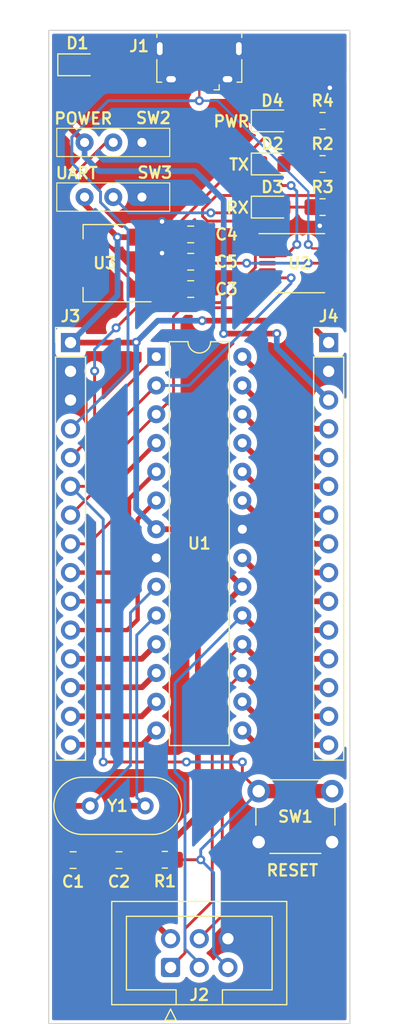
<source format=kicad_pcb>
(kicad_pcb (version 20221018) (generator pcbnew)
  (layers (0 "F.Cu" signal) (31 "B.Cu" signal) (34 "B.Paste" user) (35 "F.Paste" user) (36 "B.SilkS" user "B.Silkscreen") (37 "F.SilkS" user "F.Silkscreen") (38 "B.Mask" user) (39 "F.Mask" user) (44 "Edge.Cuts" user))
  (net 0 "")
  (net 1 "GND")
  (net 2 "Net-(U1-XTAL1{slash}PB6)")
  (net 3 "Net-(U1-XTAL2{slash}PB7)")
  (net 4 "Net-(SW2-B)")
  (net 5 "VCC")
  (net 6 "Net-(U2-VUSB)")
  (net 7 "/VIN")
  (net 8 "/VBUS")
  (net 9 "Net-(D2-K)")
  (net 10 "Net-(D2-A)")
  (net 11 "Net-(D3-K)")
  (net 12 "Net-(D3-A)")
  (net 13 "Net-(D4-K)")
  (net 14 "/D-")
  (net 15 "/D+")
  (net 17 "/MISO")
  (net 18 "/SCK")
  (net 19 "/MOSI")
  (net 20 "/RST")
  (net 21 "/RXD")
  (net 22 "/TXD")
  (net 23 "/PD2")
  (net 24 "/PD3")
  (net 25 "/PD4")
  (net 26 "/PD5")
  (net 27 "/PD6")
  (net 28 "/PD7")
  (net 29 "/PB0")
  (net 30 "/PC5")
  (net 31 "/PC4")
  (net 32 "/PC3")
  (net 33 "/PC2")
  (net 34 "/PC1")
  (net 35 "/PC0")
  (net 36 "/AREF")
  (net 37 "/PB2")
  (net 38 "/PB1")
  (net 39 "Net-(SW3-B)")
  (footprint "Package_SO:TSSOP-14_4.4x5mm_P0.65mm" (layer "F.Cu") (at 157.48 74.93)
    (fp_text reference "U2" (at 0 0) (layer "F.SilkS") (effects (font (thickness 0.2) bold)))
    (fp_text value "MCP2221AxST")
    (fp_line (start 0 -2.61) (end -3.6 -2.61) (stroke (width 0.12)) (layer "F.SilkS"))
    (fp_line (start 0 -2.61) (end 2.2 -2.61) (stroke (width 0.12)) (layer "F.SilkS"))
    (fp_line (start 0 2.61) (end -2.2 2.61) (stroke (width 0.12)) (layer "F.SilkS"))
    (fp_line (start 0 2.61) (end 2.2 2.61) (stroke (width 0.12)) (layer "F.SilkS"))
    (pad "1" smd roundrect (at -2.8625 -1.95) (size 1.475 0.4) (layers "F.Cu" "F.Paste" "F.Mask") (net 39 "Net-(SW3-B)"))
    (pad "2" smd roundrect (at -2.8625 -1.3) (size 1.475 0.4) (layers "F.Cu" "F.Paste" "F.Mask") (net 11 "Net-(D3-K)"))
    (pad "3" smd roundrect (at -2.8625 -0.65) (size 1.475 0.4) (layers "F.Cu" "F.Paste" "F.Mask") (net 9 "Net-(D2-K)"))
    (pad "4" smd roundrect (at -2.8625 0) (size 1.475 0.4) (layers "F.Cu" "F.Paste" "F.Mask"))
    (pad "5" smd roundrect (at -2.8625 0.65) (size 1.475 0.4) (layers "F.Cu" "F.Paste" "F.Mask") (net 22 "/TXD"))
    (pad "6" smd roundrect (at -2.8625 1.3) (size 1.475 0.4) (layers "F.Cu" "F.Paste" "F.Mask") (net 21 "/RXD"))
    (pad "7" smd roundrect (at -2.8625 1.95) (size 1.475 0.4) (layers "F.Cu" "F.Paste" "F.Mask"))
    (pad "8" smd roundrect (at 2.8625 1.95) (size 1.475 0.4) (layers "F.Cu" "F.Paste" "F.Mask"))
    (pad "9" smd roundrect (at 2.8625 1.3) (size 1.475 0.4) (layers "F.Cu" "F.Paste" "F.Mask"))
    (pad "10" smd roundrect (at 2.8625 0.65) (size 1.475 0.4) (layers "F.Cu" "F.Paste" "F.Mask"))
    (pad "11" smd roundrect (at 2.8625 0) (size 1.475 0.4) (layers "F.Cu" "F.Paste" "F.Mask") (net 6 "Net-(U2-VUSB)"))
    (pad "12" smd roundrect (at 2.8625 -0.65) (size 1.475 0.4) (layers "F.Cu" "F.Paste" "F.Mask") (net 14 "/D-"))
    (pad "13" smd roundrect (at 2.8625 -1.3) (size 1.475 0.4) (layers "F.Cu" "F.Paste" "F.Mask") (net 15 "/D+"))
    (pad "14" smd roundrect (at 2.8625 -1.95) (size 1.475 0.4) (layers "F.Cu" "F.Paste" "F.Mask") (net 1 "GND"))
  )
  (footprint "Package_TO_SOT_SMD:SOT-223-3_TabPin2" (layer "F.Cu") (at 140.208 74.93 180)
    (fp_text reference "U3" (at 0 0) (layer "F.SilkS") (effects (font (thickness 0.2) bold)))
    (fp_text value "MCP1825S")
    (fp_line (start -4.1 -3.41) (end 1.91 -3.41) (stroke (width 0.12)) (layer "F.SilkS"))
    (fp_line (start -1.85 3.41) (end 1.91 3.41) (stroke (width 0.12)) (layer "F.SilkS"))
    (fp_line (start 1.91 -3.41) (end 1.91 -2.15) (stroke (width 0.12)) (layer "F.SilkS"))
    (fp_line (start 1.91 3.41) (end 1.91 2.15) (stroke (width 0.12)) (layer "F.SilkS"))
    (pad "1" smd rect (at -3.15 -2.3 180) (size 2 1.5) (layers "F.Cu" "F.Paste" "F.Mask") (net 4 "Net-(SW2-B)"))
    (pad "2" smd rect (at -3.15 0 180) (size 2 1.5) (layers "F.Cu" "F.Paste" "F.Mask") (net 1 "GND"))
    (pad "2" smd rect (at 3.15 0 180) (size 2 3.8) (layers "F.Cu" "F.Paste" "F.Mask") (net 1 "GND"))
    (pad "3" smd rect (at -3.15 2.3 180) (size 2 1.5) (layers "F.Cu" "F.Paste" "F.Mask") (net 5 "VCC"))
  )
  (footprint "Connector_PinHeader_2.54mm:PinHeader_1x15_P2.54mm_Vertical" (layer "F.Cu") (at 160.045 81.945)
    (fp_text reference "J4" (at 0 -2.33) (layer "F.SilkS") (effects (font (thickness 0.2) bold)))
    (fp_text value "Conn_01x15_Pin")
    (fp_line (start -1.33 -1.33) (end 0 -1.33) (stroke (width 0.12)) (layer "F.SilkS"))
    (fp_line (start -1.33 0) (end -1.33 -1.33) (stroke (width 0.12)) (layer "F.SilkS"))
    (fp_line (start -1.33 1.27) (end -1.33 36.89) (stroke (width 0.12)) (layer "F.SilkS"))
    (fp_line (start -1.33 1.27) (end 1.33 1.27) (stroke (width 0.12)) (layer "F.SilkS"))
    (fp_line (start -1.33 36.89) (end 1.33 36.89) (stroke (width 0.12)) (layer "F.SilkS"))
    (fp_line (start 1.33 1.27) (end 1.33 36.89) (stroke (width 0.12)) (layer "F.SilkS"))
    (pad "1" thru_hole rect (at 0 0) (size 1.7 1.7) (drill 1) (layers "*.Cu" "*.Mask") (net 5 "VCC"))
    (pad "2" thru_hole oval (at 0 2.54) (size 1.7 1.7) (drill 1) (layers "*.Cu" "*.Mask") (net 1 "GND"))
    (pad "3" thru_hole oval (at 0 5.08) (size 1.7 1.7) (drill 1) (layers "*.Cu" "*.Mask") (net 7 "/VIN"))
    (pad "4" thru_hole oval (at 0 7.62) (size 1.7 1.7) (drill 1) (layers "*.Cu" "*.Mask") (net 30 "/PC5"))
    (pad "5" thru_hole oval (at 0 10.16) (size 1.7 1.7) (drill 1) (layers "*.Cu" "*.Mask") (net 31 "/PC4"))
    (pad "6" thru_hole oval (at 0 12.7) (size 1.7 1.7) (drill 1) (layers "*.Cu" "*.Mask") (net 32 "/PC3"))
    (pad "7" thru_hole oval (at 0 15.24) (size 1.7 1.7) (drill 1) (layers "*.Cu" "*.Mask") (net 33 "/PC2"))
    (pad "8" thru_hole oval (at 0 17.78) (size 1.7 1.7) (drill 1) (layers "*.Cu" "*.Mask") (net 34 "/PC1"))
    (pad "9" thru_hole oval (at 0 20.32) (size 1.7 1.7) (drill 1) (layers "*.Cu" "*.Mask") (net 35 "/PC0"))
    (pad "10" thru_hole oval (at 0 22.86) (size 1.7 1.7) (drill 1) (layers "*.Cu" "*.Mask") (net 36 "/AREF"))
    (pad "11" thru_hole oval (at 0 25.4) (size 1.7 1.7) (drill 1) (layers "*.Cu" "*.Mask") (net 18 "/SCK"))
    (pad "12" thru_hole oval (at 0 27.94) (size 1.7 1.7) (drill 1) (layers "*.Cu" "*.Mask") (net 17 "/MISO"))
    (pad "13" thru_hole oval (at 0 30.48) (size 1.7 1.7) (drill 1) (layers "*.Cu" "*.Mask") (net 19 "/MOSI"))
    (pad "14" thru_hole oval (at 0 33.02) (size 1.7 1.7) (drill 1) (layers "*.Cu" "*.Mask") (net 37 "/PB2"))
    (pad "15" thru_hole oval (at 0 35.56) (size 1.7 1.7) (drill 1) (layers "*.Cu" "*.Mask") (net 38 "/PB1"))
  )
  (footprint "Connector_USB:USB_Micro-B_Amphenol_10118194_Horizontal" (layer "F.Cu") (at 148.59 57.277 180)
    (fp_text reference "J1" (at 5.334 1.524) (layer "F.SilkS") (effects (font (thickness 0.2) bold)))
    (fp_text value "USB_B_Micro")
    (fp_line (start -3.76 -1.66) (end -3.34 -1.66) (stroke (width 0.12)) (layer "F.SilkS"))
    (fp_line (start -3.76 0.32) (end -3.76 -1.66) (stroke (width 0.12)) (layer "F.SilkS"))
    (fp_line (start -3.76 2.69) (end -3.76 2.29) (stroke (width 0.12)) (layer "F.SilkS"))
    (fp_line (start -1.76 -1.89) (end -1.76 -2.34) (stroke (width 0.12)) (layer "F.SilkS"))
    (fp_line (start -1.31 -2.34) (end -1.76 -2.34) (stroke (width 0.12)) (layer "F.SilkS"))
    (fp_line (start 3.76 -1.66) (end 3.34 -1.66) (stroke (width 0.12)) (layer "F.SilkS"))
    (fp_line (start 3.76 0.32) (end 3.76 -1.66) (stroke (width 0.12)) (layer "F.SilkS"))
    (fp_line (start 3.76 2.29) (end 3.76 2.69) (stroke (width 0.12)) (layer "F.SilkS"))
    (pad "1" smd rect (at -1.3 -1.4 180) (size 0.4 1.35) (layers "F.Cu" "F.Paste" "F.Mask") (net 8 "/VBUS"))
    (pad "2" smd rect (at -0.65 -1.4 180) (size 0.4 1.35) (layers "F.Cu" "F.Paste" "F.Mask") (net 14 "/D-"))
    (pad "3" smd rect (at 0 -1.4 180) (size 0.4 1.35) (layers "F.Cu" "F.Paste" "F.Mask") (net 15 "/D+"))
    (pad "4" smd rect (at 0.65 -1.4 180) (size 0.4 1.35) (layers "F.Cu" "F.Paste" "F.Mask"))
    (pad "5" smd rect (at 1.3 -1.4 180) (size 0.4 1.35) (layers "F.Cu" "F.Paste" "F.Mask") (net 1 "GND"))
    (pad "6" thru_hole oval (at -3.5 1.3 180) (size 0.89 1.55) (drill oval 0.5 1.15) (layers "*.Cu" "*.Mask") (net 1 "GND"))
    (pad "6" smd rect (at -2.9 1.3 180) (size 1.2 1.55) (layers "F.Cu" "F.Paste" "F.Mask") (net 1 "GND"))
    (pad "6" thru_hole oval (at -2.5 -1.4 180) (size 1.25 0.95) (drill oval 0.85 0.55) (layers "*.Cu" "*.Mask") (net 1 "GND"))
    (pad "6" smd rect (at -1 1.3 180) (size 1.5 1.55) (layers "F.Cu" "F.Paste" "F.Mask") (net 1 "GND"))
    (pad "6" smd rect (at 1 1.3 180) (size 1.5 1.55) (layers "F.Cu" "F.Paste" "F.Mask") (net 1 "GND"))
    (pad "6" thru_hole oval (at 2.5 -1.4 180) (size 1.25 0.95) (drill oval 0.85 0.55) (layers "*.Cu" "*.Mask") (net 1 "GND"))
    (pad "6" smd rect (at 2.9 1.3 180) (size 1.2 1.55) (layers "F.Cu" "F.Paste" "F.Mask") (net 1 "GND"))
    (pad "6" thru_hole oval (at 3.5 1.3 180) (size 0.89 1.55) (drill oval 0.5 1.15) (layers "*.Cu" "*.Mask") (net 1 "GND"))
  )
  (footprint "LED_SMD:LED_0805_2012Metric_Pad1.15x1.40mm_HandSolder" (layer "F.Cu") (at 155.058 69.977)
    (fp_text reference "D3" (at 0 -1.778) (layer "F.SilkS") (effects (font (thickness 0.2) bold)))
    (fp_text value "LED_RX")
    (fp_line (start -1.86 -0.96) (end -1.86 0.96) (stroke (width 0.12)) (layer "F.SilkS"))
    (fp_line (start -1.86 0.96) (end 1 0.96) (stroke (width 0.12)) (layer "F.SilkS"))
    (fp_line (start 1 -0.96) (end -1.86 -0.96) (stroke (width 0.12)) (layer "F.SilkS"))
    (pad "1" smd roundrect (at -1.025 0) (size 1.15 1.4) (layers "F.Cu" "F.Paste" "F.Mask") (roundrect_rratio 0.2173913043) (net 11 "Net-(D3-K)"))
    (pad "2" smd roundrect (at 1.025 0) (size 1.15 1.4) (layers "F.Cu" "F.Paste" "F.Mask") (roundrect_rratio 0.2173913043) (net 12 "Net-(D3-A)"))
  )
  (footprint "Resistor_SMD:R_0805_2012Metric_Pad1.20x1.40mm_HandSolder" (layer "F.Cu") (at 159.503 62.357)
    (fp_text reference "R4" (at 0 -1.778) (layer "F.SilkS") (effects (font (thickness 0.2) bold)))
    (fp_text value "200Ω")
    (fp_line (start -0.227064 -0.735) (end 0.227064 -0.735) (stroke (width 0.12)) (layer "F.SilkS"))
    (fp_line (start -0.227064 0.735) (end 0.227064 0.735) (stroke (width 0.12)) (layer "F.SilkS"))
    (pad "1" smd roundrect (at -1 0) (size 1.2 1.4) (layers "F.Cu" "F.Paste" "F.Mask") (roundrect_rratio 0.2083333333) (net 13 "Net-(D4-K)"))
    (pad "2" smd roundrect (at 1 0) (size 1.2 1.4) (layers "F.Cu" "F.Paste" "F.Mask") (roundrect_rratio 0.2083333333) (net 1 "GND"))
  )
  (footprint "Resistor_SMD:R_0805_2012Metric_Pad1.20x1.40mm_HandSolder" (layer "F.Cu") (at 145.542 127.635)
    (fp_text reference "R1" (at 0 1.905) (layer "F.SilkS") (effects (font (thickness 0.2) bold)))
    (fp_text value "10KΩ")
    (fp_line (start -0.227064 -0.735) (end 0.227064 -0.735) (stroke (width 0.12)) (layer "F.SilkS"))
    (fp_line (start -0.227064 0.735) (end 0.227064 0.735) (stroke (width 0.12)) (layer "F.SilkS"))
    (pad "1" smd roundrect (at -1 0) (size 1.2 1.4) (layers "F.Cu" "F.Paste" "F.Mask") (roundrect_rratio 0.2083333333) (net 5 "VCC"))
    (pad "2" smd roundrect (at 1 0) (size 1.2 1.4) (layers "F.Cu" "F.Paste" "F.Mask") (roundrect_rratio 0.2083333333) (net 20 "/RST"))
  )
  (footprint "Diode_SMD:D_0805_2012Metric_Pad1.15x1.40mm_HandSolder" (layer "F.Cu") (at 137.922 57.404)
    (fp_text reference "D1" (at -0.127 -1.905) (layer "F.SilkS") (effects (font (thickness 0.2) bold)))
    (fp_text value "D_Schottky")
    (fp_line (start -1.86 -0.96) (end -1.86 0.96) (stroke (width 0.12)) (layer "F.SilkS"))
    (fp_line (start -1.86 0.96) (end 1 0.96) (stroke (width 0.12)) (layer "F.SilkS"))
    (fp_line (start 1 -0.96) (end -1.86 -0.96) (stroke (width 0.12)) (layer "F.SilkS"))
    (pad "1" smd roundrect (at -1.025 0) (size 1.15 1.4) (layers "F.Cu" "F.Paste" "F.Mask") (roundrect_rratio 0.2173913043) (net 7 "/VIN"))
    (pad "2" smd roundrect (at 1.025 0) (size 1.15 1.4) (layers "F.Cu" "F.Paste" "F.Mask") (roundrect_rratio 0.2173913043) (net 8 "/VBUS"))
  )
  (footprint "Capacitor_SMD:C_0805_2012Metric_Pad1.18x1.45mm_HandSolder" (layer "F.Cu") (at 141.478 127.665 180)
    (fp_text reference "C2" (at 0 -1.905) (layer "F.SilkS") (effects (font (thickness 0.2) bold)))
    (fp_text value "10pF")
    (fp_line (start -0.261252 -0.735) (end 0.261252 -0.735) (stroke (width 0.12)) (layer "F.SilkS"))
    (fp_line (start -0.261252 0.735) (end 0.261252 0.735) (stroke (width 0.12)) (layer "F.SilkS"))
    (pad "1" smd roundrect (at -1.0375 0 180) (size 1.175 1.45) (layers "F.Cu" "F.Paste" "F.Mask") (roundrect_rratio 0.2127659574) (net 1 "GND"))
    (pad "2" smd roundrect (at 1.0375 0 180) (size 1.175 1.45) (layers "F.Cu" "F.Paste" "F.Mask") (roundrect_rratio 0.2127659574) (net 3 "Net-(U1-XTAL2{slash}PB7)"))
  )
  (footprint "Resistor_SMD:R_0805_2012Metric_Pad1.20x1.40mm_HandSolder" (layer "F.Cu") (at 159.503 69.977)
    (fp_text reference "R3" (at 0 -1.778) (layer "F.SilkS") (effects (font (thickness 0.2) bold)))
    (fp_text value "200Ω")
    (fp_line (start -0.227064 -0.735) (end 0.227064 -0.735) (stroke (width 0.12)) (layer "F.SilkS"))
    (fp_line (start -0.227064 0.735) (end 0.227064 0.735) (stroke (width 0.12)) (layer "F.SilkS"))
    (pad "1" smd roundrect (at -1 0) (size 1.2 1.4) (layers "F.Cu" "F.Paste" "F.Mask") (roundrect_rratio 0.2083333333) (net 12 "Net-(D3-A)"))
    (pad "2" smd roundrect (at 1 0) (size 1.2 1.4) (layers "F.Cu" "F.Paste" "F.Mask") (roundrect_rratio 0.2083333333) (net 5 "VCC"))
  )
  (footprint "Capacitor_SMD:C_0805_2012Metric_Pad1.18x1.45mm_HandSolder" (layer "F.Cu") (at 147.828 77.216)
    (fp_text reference "C3" (at 3.175 0) (layer "F.SilkS") (effects (font (thickness 0.2) bold)))
    (fp_text value "4.7μF")
    (fp_line (start -0.261252 -0.735) (end 0.261252 -0.735) (stroke (width 0.12)) (layer "F.SilkS"))
    (fp_line (start -0.261252 0.735) (end 0.261252 0.735) (stroke (width 0.12)) (layer "F.SilkS"))
    (pad "1" smd roundrect (at -1.0375 0) (size 1.175 1.45) (layers "F.Cu" "F.Paste" "F.Mask") (roundrect_rratio 0.2127659574) (net 4 "Net-(SW2-B)"))
    (pad "2" smd roundrect (at 1.0375 0) (size 1.175 1.45) (layers "F.Cu" "F.Paste" "F.Mask") (roundrect_rratio 0.2127659574) (net 1 "GND"))
  )
  (footprint "Package_DIP:DIP-28_W7.62mm" (layer "F.Cu") (at 144.78 83.195)
    (fp_text reference "U1" (at 3.81 16.5) (layer "F.SilkS") (effects (font (thickness 0.2) bold)))
    (fp_text value "ATmega328P-P")
    (fp_line (start 1.16 -1.33) (end 1.16 34.35) (stroke (width 0.12)) (layer "F.SilkS"))
    (fp_line (start 1.16 34.35) (end 6.46 34.35) (stroke (width 0.12)) (layer "F.SilkS"))
    (fp_line (start 2.81 -1.33) (end 1.16 -1.33) (stroke (width 0.12)) (layer "F.SilkS"))
    (fp_line (start 6.46 -1.33) (end 4.81 -1.33) (stroke (width 0.12)) (layer "F.SilkS"))
    (fp_line (start 6.46 34.35) (end 6.46 -1.33) (stroke (width 0.12)) (layer "F.SilkS"))
    (fp_arc (start 4.81 -1.33) (mid 3.81 -0.33) (end 2.81 -1.33) (stroke (width 0.12)) (layer "F.SilkS"))
    (pad "1" thru_hole rect (at 0 0) (size 1.6 1.6) (drill 0.8) (layers "*.Cu" "*.Mask") (net 20 "/RST"))
    (pad "2" thru_hole oval (at 0 2.54) (size 1.6 1.6) (drill 0.8) (layers "*.Cu" "*.Mask") (net 21 "/RXD"))
    (pad "3" thru_hole oval (at 0 5.08) (size 1.6 1.6) (drill 0.8) (layers "*.Cu" "*.Mask") (net 22 "/TXD"))
    (pad "4" thru_hole oval (at 0 7.62) (size 1.6 1.6) (drill 0.8) (layers "*.Cu" "*.Mask") (net 23 "/PD2"))
    (pad "5" thru_hole oval (at 0 10.16) (size 1.6 1.6) (drill 0.8) (layers "*.Cu" "*.Mask") (net 24 "/PD3"))
    (pad "6" thru_hole oval (at 0 12.7) (size 1.6 1.6) (drill 0.8) (layers "*.Cu" "*.Mask") (net 25 "/PD4"))
    (pad "7" thru_hole oval (at 0 15.24) (size 1.6 1.6) (drill 0.8) (layers "*.Cu" "*.Mask") (net 5 "VCC"))
    (pad "8" thru_hole oval (at 0 17.78) (size 1.6 1.6) (drill 0.8) (layers "*.Cu" "*.Mask") (net 1 "GND"))
    (pad "9" thru_hole oval (at 0 20.32) (size 1.6 1.6) (drill 0.8) (layers "*.Cu" "*.Mask") (net 2 "Net-(U1-XTAL1{slash}PB6)"))
    (pad "10" thru_hole oval (at 0 22.86) (size 1.6 1.6) (drill 0.8) (layers "*.Cu" "*.Mask") (net 3 "Net-(U1-XTAL2{slash}PB7)"))
    (pad "11" thru_hole oval (at 0 25.4) (size 1.6 1.6) (drill 0.8) (layers "*.Cu" "*.Mask") (net 26 "/PD5"))
    (pad "12" thru_hole oval (at 0 27.94) (size 1.6 1.6) (drill 0.8) (layers "*.Cu" "*.Mask") (net 27 "/PD6"))
    (pad "13" thru_hole oval (at 0 30.48) (size 1.6 1.6) (drill 0.8) (layers "*.Cu" "*.Mask") (net 28 "/PD7"))
    (pad "14" thru_hole oval (at 0 33.02) (size 1.6 1.6) (drill 0.8) (layers "*.Cu" "*.Mask") (net 29 "/PB0"))
    (pad "15" thru_hole oval (at 7.62 33.02) (size 1.6 1.6) (drill 0.8) (layers "*.Cu" "*.Mask") (net 38 "/PB1"))
    (pad "16" thru_hole oval (at 7.62 30.48) (size 1.6 1.6) (drill 0.8) (layers "*.Cu" "*.Mask") (net 37 "/PB2"))
    (pad "17" thru_hole oval (at 7.62 27.94) (size 1.6 1.6) (drill 0.8) (layers "*.Cu" "*.Mask") (net 19 "/MOSI"))
    (pad "18" thru_hole oval (at 7.62 25.4) (size 1.6 1.6) (drill 0.8) (layers "*.Cu" "*.Mask") (net 17 "/MISO"))
    (pad "19" thru_hole oval (at 7.62 22.86) (size 1.6 1.6) (drill 0.8) (layers "*.Cu" "*.Mask") (net 18 "/SCK"))
    (pad "20" thru_hole oval (at 7.62 20.32) (size 1.6 1.6) (drill 0.8) (layers "*.Cu" "*.Mask") (net 5 "VCC"))
    (pad "21" thru_hole oval (at 7.62 17.78) (size 1.6 1.6) (drill 0.8) (layers "*.Cu" "*.Mask") (net 36 "/AREF"))
    (pad "22" thru_hole oval (at 7.62 15.24) (size 1.6 1.6) (drill 0.8) (layers "*.Cu" "*.Mask") (net 1 "GND"))
    (pad "23" thru_hole oval (at 7.62 12.7) (size 1.6 1.6) (drill 0.8) (layers "*.Cu" "*.Mask") (net 35 "/PC0"))
    (pad "24" thru_hole oval (at 7.62 10.16) (size 1.6 1.6) (drill 0.8) (layers "*.Cu" "*.Mask") (net 34 "/PC1"))
    (pad "25" thru_hole oval (at 7.62 7.62) (size 1.6 1.6) (drill 0.8) (layers "*.Cu" "*.Mask") (net 33 "/PC2"))
    (pad "26" thru_hole oval (at 7.62 5.08) (size 1.6 1.6) (drill 0.8) (layers "*.Cu" "*.Mask") (net 32 "/PC3"))
    (pad "27" thru_hole oval (at 7.62 2.54) (size 1.6 1.6) (drill 0.8) (layers "*.Cu" "*.Mask") (net 31 "/PC4"))
    (pad "28" thru_hole oval (at 7.62 0) (size 1.6 1.6) (drill 0.8) (layers "*.Cu" "*.Mask") (net 30 "/PC5"))
  )
  (footprint "LED_SMD:LED_0805_2012Metric_Pad1.15x1.40mm_HandSolder" (layer "F.Cu") (at 155.058 66.167)
    (fp_text reference "D2" (at 0 -1.778) (layer "F.SilkS") (effects (font (thickness 0.2) bold)))
    (fp_text value "LED_TX")
    (fp_line (start -1.86 -0.96) (end -1.86 0.96) (stroke (width 0.12)) (layer "F.SilkS"))
    (fp_line (start -1.86 0.96) (end 1 0.96) (stroke (width 0.12)) (layer "F.SilkS"))
    (fp_line (start 1 -0.96) (end -1.86 -0.96) (stroke (width 0.12)) (layer "F.SilkS"))
    (pad "1" smd roundrect (at -1.025 0) (size 1.15 1.4) (layers "F.Cu" "F.Paste" "F.Mask") (roundrect_rratio 0.2173913043) (net 9 "Net-(D2-K)"))
    (pad "2" smd roundrect (at 1.025 0) (size 1.15 1.4) (layers "F.Cu" "F.Paste" "F.Mask") (roundrect_rratio 0.2173913043) (net 10 "Net-(D2-A)"))
  )
  (footprint "Capacitor_SMD:C_0805_2012Metric_Pad1.18x1.45mm_HandSolder" (layer "F.Cu") (at 147.828 74.803)
    (fp_text reference "C5" (at 3.175 0) (layer "F.SilkS") (effects (font (thickness 0.2) bold)))
    (fp_text value "1μF")
    (fp_line (start -0.261252 -0.735) (end 0.261252 -0.735) (stroke (width 0.12)) (layer "F.SilkS"))
    (fp_line (start -0.261252 0.735) (end 0.261252 0.735) (stroke (width 0.12)) (layer "F.SilkS"))
    (pad "1" smd roundrect (at -1.0375 0) (size 1.175 1.45) (layers "F.Cu" "F.Paste" "F.Mask") (roundrect_rratio 0.2127659574) (net 1 "GND"))
    (pad "2" smd roundrect (at 1.0375 0) (size 1.175 1.45) (layers "F.Cu" "F.Paste" "F.Mask") (roundrect_rratio 0.2127659574) (net 6 "Net-(U2-VUSB)"))
  )
  (footprint "devboard:slide_switch" (layer "F.Cu") (at 140.97 64.262)
    (fp_text reference "SW2" (at 3.556 -2.159 unlocked) (layer "F.SilkS") (effects (font (thickness 0.2) bold)))
    (fp_text value "SW_SPDT")
    (fp_rect (start -5 1.25) (end 5 -1.25) (stroke (width 0.1)) (fill none) (layer "F.SilkS"))
    (pad "1" thru_hole circle (at -2.54 0) (size 1.6 1.6) (drill 0.8) (layers "*.Cu" "*.Mask") (net 7 "/VIN"))
    (pad "2" thru_hole circle (at 0 0) (size 1.6 1.6) (drill 0.8) (layers "*.Cu" "*.Mask") (net 4 "Net-(SW2-B)"))
    (pad "3" thru_hole circle (at 2.54 0) (size 1.6 1.6) (drill 0.8) (layers "*.Cu" "*.Mask") (net 1 "GND"))
  )
  (footprint "Resistor_SMD:R_0805_2012Metric_Pad1.20x1.40mm_HandSolder" (layer "F.Cu") (at 159.503 66.167)
    (fp_text reference "R2" (at 0 -1.778) (layer "F.SilkS") (effects (font (thickness 0.2) bold)))
    (fp_text value "200Ω")
    (fp_line (start -0.227064 -0.735) (end 0.227064 -0.735) (stroke (width 0.12)) (layer "F.SilkS"))
    (fp_line (start -0.227064 0.735) (end 0.227064 0.735) (stroke (width 0.12)) (layer "F.SilkS"))
    (pad "1" smd roundrect (at -1 0) (size 1.2 1.4) (layers "F.Cu" "F.Paste" "F.Mask") (roundrect_rratio 0.2083333333) (net 10 "Net-(D2-A)"))
    (pad "2" smd roundrect (at 1 0) (size 1.2 1.4) (layers "F.Cu" "F.Paste" "F.Mask") (roundrect_rratio 0.2083333333) (net 5 "VCC"))
  )
  (footprint "LED_SMD:LED_0805_2012Metric_Pad1.15x1.40mm_HandSolder" (layer "F.Cu") (at 155.058 62.357)
    (fp_text reference "D4" (at 0 -1.778) (layer "F.SilkS") (effects (font (thickness 0.2) bold)))
    (fp_text value "LED")
    (fp_line (start -1.86 -0.96) (end -1.86 0.96) (stroke (width 0.12)) (layer "F.SilkS"))
    (fp_line (start -1.86 0.96) (end 1 0.96) (stroke (width 0.12)) (layer "F.SilkS"))
    (fp_line (start 1 -0.96) (end -1.86 -0.96) (stroke (width 0.12)) (layer "F.SilkS"))
    (pad "1" smd roundrect (at -1.025 0) (size 1.15 1.4) (layers "F.Cu" "F.Paste" "F.Mask") (roundrect_rratio 0.2173913043) (net 13 "Net-(D4-K)"))
    (pad "2" smd roundrect (at 1.025 0) (size 1.15 1.4) (layers "F.Cu" "F.Paste" "F.Mask") (roundrect_rratio 0.2173913043) (net 5 "VCC"))
  )
  (footprint "Connector_PinHeader_2.54mm:PinHeader_1x15_P2.54mm_Vertical" (layer "F.Cu") (at 137.185 81.945)
    (fp_text reference "J3" (at 0 -2.33) (layer "F.SilkS") (effects (font (thickness 0.2) bold)))
    (fp_text value "Conn_01x15_Pin")
    (fp_line (start -1.33 -1.33) (end 0 -1.33) (stroke (width 0.12)) (layer "F.SilkS"))
    (fp_line (start -1.33 0) (end -1.33 -1.33) (stroke (width 0.12)) (layer "F.SilkS"))
    (fp_line (start -1.33 1.27) (end -1.33 36.89) (stroke (width 0.12)) (layer "F.SilkS"))
    (fp_line (start -1.33 1.27) (end 1.33 1.27) (stroke (width 0.12)) (layer "F.SilkS"))
    (fp_line (start -1.33 36.89) (end 1.33 36.89) (stroke (width 0.12)) (layer "F.SilkS"))
    (fp_line (start 1.33 1.27) (end 1.33 36.89) (stroke (width 0.12)) (layer "F.SilkS"))
    (pad "1" thru_hole rect (at 0 0) (size 1.7 1.7) (drill 1) (layers "*.Cu" "*.Mask") (net 5 "VCC"))
    (pad "2" thru_hole oval (at 0 2.54) (size 1.7 1.7) (drill 1) (layers "*.Cu" "*.Mask") (net 1 "GND"))
    (pad "3" thru_hole oval (at 0 5.08) (size 1.7 1.7) (drill 1) (layers "*.Cu" "*.Mask") (net 1 "GND"))
    (pad "4" thru_hole oval (at 0 7.62) (size 1.7 1.7) (drill 1) (layers "*.Cu" "*.Mask") (net 15 "/D+"))
    (pad "5" thru_hole oval (at 0 10.16) (size 1.7 1.7) (drill 1) (layers "*.Cu" "*.Mask") (net 14 "/D-"))
    (pad "6" thru_hole oval (at 0 12.7) (size 1.7 1.7) (drill 1) (layers "*.Cu" "*.Mask") (net 20 "/RST"))
    (pad "7" thru_hole oval (at 0 15.24) (size 1.7 1.7) (drill 1) (layers "*.Cu" "*.Mask") (net 21 "/RXD"))
    (pad "8" thru_hole oval (at 0 17.78) (size 1.7 1.7) (drill 1) (layers "*.Cu" "*.Mask") (net 22 "/TXD"))
    (pad "9" thru_hole oval (at 0 20.32) (size 1.7 1.7) (drill 1) (layers "*.Cu" "*.Mask") (net 23 "/PD2"))
    (pad "10" thru_hole oval (at 0 22.86) (size 1.7 1.7) (drill 1) (layers "*.Cu" "*.Mask") (net 24 "/PD3"))
    (pad "11" thru_hole oval (at 0 25.4) (size 1.7 1.7) (drill 1) (layers "*.Cu" "*.Mask") (net 25 "/PD4"))
    (pad "12" thru_hole oval (at 0 27.94) (size 1.7 1.7) (drill 1) (layers "*.Cu" "*.Mask") (net 26 "/PD5"))
    (pad "13" thru_hole oval (at 0 30.48) (size 1.7 1.7) (drill 1) (layers "*.Cu" "*.Mask") (net 27 "/PD6"))
    (pad "14" thru_hole oval (at 0 33.02) (size 1.7 1.7) (drill 1) (layers "*.Cu" "*.Mask") (net 28 "/PD7"))
    (pad "15" thru_hole oval (at 0 35.56) (size 1.7 1.7) (drill 1) (layers "*.Cu" "*.Mask") (net 29 "/PB0"))
  )
  (footprint "Capacitor_SMD:C_0805_2012Metric_Pad1.18x1.45mm_HandSolder" (layer "F.Cu") (at 137.414 127.665 180)
    (fp_text reference "C1" (at 0 -1.905) (layer "F.SilkS") (effects (font (thickness 0.2) bold)))
    (fp_text value "10pF")
    (fp_line (start -0.261252 -0.735) (end 0.261252 -0.735) (stroke (width 0.12)) (layer "F.SilkS"))
    (fp_line (start -0.261252 0.735) (end 0.261252 0.735) (stroke (width 0.12)) (layer "F.SilkS"))
    (pad "1" smd roundrect (at -1.0375 0 180) (size 1.175 1.45) (layers "F.Cu" "F.Paste" "F.Mask") (roundrect_rratio 0.2127659574) (net 1 "GND"))
    (pad "2" smd roundrect (at 1.0375 0 180) (size 1.175 1.45) (layers "F.Cu" "F.Paste" "F.Mask") (roundrect_rratio 0.2127659574) (net 2 "Net-(U1-XTAL1{slash}PB6)"))
  )
  (footprint "Button_Switch_THT:SW_PUSH_6mm" (layer "F.Cu") (at 153.849 121.575)
    (fp_text reference "SW1" (at 3.25 2.25) (layer "F.SilkS") (effects (font (thickness 0.2) bold)))
    (fp_text value "Pushbutton")
    (fp_line (start -0.25 1.5) (end -0.25 3) (stroke (width 0.12)) (layer "F.SilkS"))
    (fp_line (start 1 5.5) (end 5.5 5.5) (stroke (width 0.12)) (layer "F.SilkS"))
    (fp_line (start 5.5 -1) (end 1 -1) (stroke (width 0.12)) (layer "F.SilkS"))
    (fp_line (start 6.75 3) (end 6.75 1.5) (stroke (width 0.12)) (layer "F.SilkS"))
    (pad "1" thru_hole circle (at 0 0 90) (size 2 2) (drill 1.1) (layers "*.Cu" "*.Mask") (net 20 "/RST"))
    (pad "1" thru_hole circle (at 6.5 0 90) (size 2 2) (drill 1.1) (layers "*.Cu" "*.Mask") (net 20 "/RST"))
    (pad "2" thru_hole circle (at 0 4.5 90) (size 2 2) (drill 1.1) (layers "*.Cu" "*.Mask") (net 1 "GND"))
    (pad "2" thru_hole circle (at 6.5 4.5 90) (size 2 2) (drill 1.1) (layers "*.Cu" "*.Mask") (net 1 "GND"))
  )
  (footprint "Connector_IDC:IDC-Header_2x03_P2.54mm_Vertical" (layer "F.Cu") (at 146.045 137.1505 90)
    (fp_text reference "J2" (at -2.4225 2.545 180) (layer "F.SilkS") (effects (font (thickness 0.2) bold)))
    (fp_text value "AVR-ISP-6")
    (fp_line (start -4.68 -0.5) (end -4.68 0.5) (stroke (width 0.12)) (layer "F.SilkS"))
    (fp_line (start -4.68 0.5) (end -3.68 0) (stroke (width 0.12)) (layer "F.SilkS"))
    (fp_line (start -3.68 0) (end -4.68 -0.5) (stroke (width 0.12)) (layer "F.SilkS"))
    (fp_line (start -3.29 -5.21) (end 5.83 -5.21) (stroke (width 0.12)) (layer "F.SilkS"))
    (fp_line (start -3.29 0.49) (end -1.98 0.49) (stroke (width 0.12)) (layer "F.SilkS"))
    (fp_line (start -3.29 10.29) (end -3.29 -5.21) (stroke (width 0.12)) (layer "F.SilkS"))
    (fp_line (start -1.98 -3.91) (end 4.52 -3.91) (stroke (width 0.12)) (layer "F.SilkS"))
    (fp_line (start -1.98 0.49) (end -1.98 -3.91) (stroke (width 0.12)) (layer "F.SilkS"))
    (fp_line (start -1.98 4.59) (end -3.29 4.59) (stroke (width 0.12)) (layer "F.SilkS"))
    (fp_line (start -1.98 4.59) (end -1.98 4.59) (stroke (width 0.12)) (layer "F.SilkS"))
    (fp_line (start -1.98 8.99) (end -1.98 4.59) (stroke (width 0.12)) (layer "F.SilkS"))
    (fp_line (start 4.52 -3.91) (end 4.52 8.99) (stroke (width 0.12)) (layer "F.SilkS"))
    (fp_line (start 4.52 8.99) (end -1.98 8.99) (stroke (width 0.12)) (layer "F.SilkS"))
    (fp_line (start 5.83 -5.21) (end 5.83 10.29) (stroke (width 0.12)) (layer "F.SilkS"))
    (fp_line (start 5.83 10.29) (end -3.29 10.29) (stroke (width 0.12)) (layer "F.SilkS"))
    (pad "1" thru_hole roundrect (at 0 0 90) (size 1.7 1.7) (drill 1) (layers "*.Cu" "*.Mask") (roundrect_rratio 0.1470588235) (net 17 "/MISO"))
    (pad "2" thru_hole circle (at 2.54 0 90) (size 1.7 1.7) (drill 1) (layers "*.Cu" "*.Mask") (net 5 "VCC"))
    (pad "3" thru_hole circle (at 0 2.54 90) (size 1.7 1.7) (drill 1) (layers "*.Cu" "*.Mask") (net 18 "/SCK"))
    (pad "4" thru_hole circle (at 2.54 2.54 90) (size 1.7 1.7) (drill 1) (layers "*.Cu" "*.Mask") (net 19 "/MOSI"))
    (pad "5" thru_hole circle (at 0 5.08 90) (size 1.7 1.7) (drill 1) (layers "*.Cu" "*.Mask") (net 20 "/RST"))
    (pad "6" thru_hole circle (at 2.54 5.08 90) (size 1.7 1.7) (drill 1) (layers "*.Cu" "*.Mask") (net 1 "GND"))
  )
  (footprint "Capacitor_SMD:C_0805_2012Metric_Pad1.18x1.45mm_HandSolder" (layer "F.Cu") (at 147.828 72.39 180)
    (fp_text reference "C4" (at -3.175 0) (layer "F.SilkS") (effects (font (thickness 0.2) bold)))
    (fp_text value "4.7μF")
    (fp_line (start -0.261252 -0.735) (end 0.261252 -0.735) (stroke (width 0.12)) (layer "F.SilkS"))
    (fp_line (start -0.261252 0.735) (end 0.261252 0.735) (stroke (width 0.12)) (layer "F.SilkS"))
    (pad "1" smd roundrect (at -1.0375 0 180) (size 1.175 1.45) (layers "F.Cu" "F.Paste" "F.Mask") (roundrect_rratio 0.2127659574) (net 1 "GND"))
    (pad "2" smd roundrect (at 1.0375 0 180) (size 1.175 1.45) (layers "F.Cu" "F.Paste" "F.Mask") (roundrect_rratio 0.2127659574) (net 5 "VCC"))
  )
  (footprint "Crystal:Crystal_HC49-U_Vertical" (layer "F.Cu") (at 143.801 122.875 180)
    (fp_text reference "Y1" (at 2.45 0) (layer "F.SilkS") (effects (font (thickness 0.2) bold)))
    (fp_text value "Crystal")
    (fp_line (start -0.685 -2.525) (end 5.565 -2.525) (stroke (width 0.12)) (layer "F.SilkS"))
    (fp_line (start -0.685 2.525) (end 5.565 2.525) (stroke (width 0.12)) (layer "F.SilkS"))
    (fp_arc (start -0.685 2.525) (mid -3.21 0) (end -0.685 -2.525) (stroke (width 0.12)) (layer "F.SilkS"))
    (fp_arc (start 5.565 -2.525) (mid 8.09 0) (end 5.565 2.525) (stroke (width 0.12)) (layer "F.SilkS"))
    (pad "1" thru_hole circle (at 0 0 180) (size 1.5 1.5) (drill 0.8) (layers "*.Cu" "*.Mask") (net 3 "Net-(U1-XTAL2{slash}PB7)"))
    (pad "2" thru_hole circle (at 4.88 0 180) (size 1.5 1.5) (drill 0.8) (layers "*.Cu" "*.Mask") (net 2 "Net-(U1-XTAL1{slash}PB6)"))
  )
  (footprint "devboard:slide_switch" (layer "F.Cu") (at 140.97 69.088)
    (fp_text reference "SW3" (at 3.683 -2.159 unlocked) (layer "F.SilkS") (effects (font (thickness 0.2) bold)))
    (fp_text value "SW_SPDT")
    (fp_rect (start -5 1.25) (end 5 -1.25) (stroke (width 0.1)) (fill none) (layer "F.SilkS"))
    (pad "1" thru_hole circle (at -2.54 0) (size 1.6 1.6) (drill 0.8) (layers "*.Cu" "*.Mask") (net 5 "VCC"))
    (pad "2" thru_hole circle (at 0 0) (size 1.6 1.6) (drill 0.8) (layers "*.Cu" "*.Mask") (net 39 "Net-(SW3-B)"))
    (pad "3" thru_hole circle (at 2.54 0) (size 1.6 1.6) (drill 0.8) (layers "*.Cu" "*.Mask") (net 1 "GND"))
  )
  (gr_rect (start 135.255 54.356) (end 161.925 142.113) (stroke (width 0.1)) (fill none) (layer "Edge.Cuts"))
  (gr_text "RX" (at 150.867 70.612) (layer "F.SilkS") (effects (font (size 1 1) (thickness 0.2) bold) (justify left bottom)))
  (gr_text "POWER" (at 135.636 62.738) (layer "F.SilkS") (effects (font (size 1 1) (thickness 0.2) bold) (justify left bottom)))
  (gr_text "UART" (at 135.763 67.564) (layer "F.SilkS") (effects (font (size 1 1) (thickness 0.2) bold) (justify left bottom)))
  (gr_text "RESET" (at 154.432 129.159) (layer "F.SilkS") (effects (font (size 1 1) (thickness 0.2) bold) (justify left bottom)))
  (gr_text "PWR" (at 149.733 62.992) (layer "F.SilkS") (effects (font (size 1 1) (thickness 0.2) bold) (justify left bottom)))
  (gr_text "TX" (at 151.121 66.802) (layer "F.SilkS") (effects (font (size 1 1) (thickness 0.2) bold) (justify left bottom)))
  (via (at 145.288 74.041) (size 0.8) (drill 0.4) (layers "F.Cu" "B.Cu") (net 1))
  (via (at 160.147 59.436) (size 0.8) (drill 0.4) (layers "F.Cu" "B.Cu") (net 1))
  (via (at 145.288 71.247) (size 0.8) (drill 0.4) (layers "F.Cu" "B.Cu") (net 1))
  (via (at 159.258 71.628) (size 0.8) (drill 0.4) (layers "F.Cu" "B.Cu") (net 1))
  (segment (start 145.288 71.247) (end 145.288 74.041) (width 0.25) (layer "B.Cu") (net 1))
  (segment (start 136.398 123.825) (end 136.398 127.6435) (width 0.508) (layer "F.Cu") (net 2))
  (segment (start 136.398 127.6435) (end 136.3765 127.665) (width 0.508) (layer "F.Cu") (net 2))
  (segment (start 138.921 122.875) (end 137.348 122.875) (width 0.508) (layer "F.Cu") (net 2))
  (segment (start 137.348 122.875) (end 136.398 123.825) (width 0.508) (layer "F.Cu") (net 2))
  (segment (start 138.921 122.875) (end 142.494 119.302) (width 0.254) (layer "B.Cu") (net 2))
  (segment (start 142.494 119.302) (end 142.494 105.801) (width 0.254) (layer "B.Cu") (net 2))
  (segment (start 142.494 105.801) (end 144.78 103.515) (width 0.254) (layer "B.Cu") (net 2))
  (segment (start 143.801 122.875) (end 141.412 122.875) (width 0.508) (layer "F.Cu") (net 3))
  (segment (start 141.412 122.875) (end 140.4405 123.8465) (width 0.508) (layer "F.Cu") (net 3))
  (segment (start 140.4405 123.8465) (end 140.4405 127.665) (width 0.508) (layer "F.Cu") (net 3))
  (segment (start 143.051 107.784) (end 144.78 106.055) (width 0.254) (layer "B.Cu") (net 3))
  (segment (start 143.051 122.125) (end 143.051 107.784) (width 0.254) (layer "B.Cu") (net 3))
  (segment (start 143.801 122.875) (end 143.051 122.125) (width 0.254) (layer "B.Cu") (net 3))
  (segment (start 143.358 77.23) (end 146.7765 77.23) (width 0.254) (layer "F.Cu") (net 4))
  (segment (start 140.97 64.262) (end 140.335 64.262) (width 0.254) (layer "F.Cu") (net 4))
  (segment (start 140.335 64.262) (end 136.779 67.818) (width 0.254) (layer "F.Cu") (net 4))
  (segment (start 136.779 70.651) (end 143.358 77.23) (width 0.254) (layer "F.Cu") (net 4))
  (segment (start 146.7765 77.23) (end 146.7905 77.216) (width 0.254) (layer "F.Cu") (net 4))
  (segment (start 136.779 67.818) (end 136.779 70.651) (width 0.254) (layer "F.Cu") (net 4))
  (segment (start 146.045 134.6105) (end 144.542 133.1075) (width 0.508) (layer "F.Cu") (net 5))
  (segment (start 144.78 98.435) (end 147.32 98.435) (width 0.508) (layer "F.Cu") (net 5))
  (segment (start 147.32 98.435) (end 152.4 103.515) (width 0.508) (layer "F.Cu") (net 5))
  (segment (start 148.844 80.01) (end 158.11 80.01) (width 0.508) (layer "F.Cu") (net 5))
  (segment (start 148.463 123.714) (end 148.463 107.452) (width 0.508) (layer "F.Cu") (net 5))
  (segment (start 146.7905 71.3955) (end 146.7905 72.39) (width 0.254) (layer "F.Cu") (net 5))
  (segment (start 138.43 69.723) (end 138.43 69.088) (width 0.508) (layer "F.Cu") (net 5))
  (segment (start 144.542 127.635) (end 148.463 123.714) (width 0.508) (layer "F.Cu") (net 5))
  (segment (start 144.542 133.1075) (end 144.542 127.635) (width 0.508) (layer "F.Cu") (net 5))
  (segment (start 143.002 81.915) (end 142.972 81.945) (width 0.508) (layer "F.Cu") (net 5))
  (segment (start 143.358 72.63) (end 141.337 72.63) (width 0.508) (layer "F.Cu") (net 5))
  (segment (start 146.5505 72.63) (end 146.7905 72.39) (width 0.508) (layer "F.Cu") (net 5))
  (segment (start 158.11 80.01) (end 160.045 81.945) (width 0.508) (layer "F.Cu") (net 5))
  (segment (start 143.358 72.63) (end 146.5505 72.63) (width 0.508) (layer "F.Cu") (net 5))
  (segment (start 156.693 62.357) (end 160.503 66.167) (width 0.254) (layer "F.Cu") (net 5))
  (segment (start 148.463 107.452) (end 152.4 103.515) (width 0.508) (layer "F.Cu") (net 5))
  (segment (start 156.083 62.357) (end 155.829 62.357) (width 0.254) (layer "F.Cu") (net 5))
  (segment (start 155.829 62.357) (end 146.7905 71.3955) (width 0.254) (layer "F.Cu") (net 5))
  (segment (start 141.337 72.63) (end 138.43 69.723) (width 0.508) (layer "F.Cu") (net 5))
  (segment (start 142.972 81.945) (end 137.185 81.945) (width 0.508) (layer "F.Cu") (net 5))
  (segment (start 156.083 62.357) (end 156.693 62.357) (width 0.254) (layer "F.Cu") (net 5))
  (segment (start 160.503 66.167) (end 160.503 69.977) (width 0.254) (layer "F.Cu") (net 5))
  (via (at 143.002 81.915) (size 0.8) (drill 0.4) (layers "F.Cu" "B.Cu") (net 5))
  (via (at 141.337 72.63) (size 0.8) (drill 0.4) (layers "F.Cu" "B.Cu") (net 5))
  (via (at 148.844 80.01) (size 0.8) (drill 0.4) (layers "F.Cu" "B.Cu") (net 5))
  (segment (start 143.002 81.915) (end 144.907 80.01) (width 0.508) (layer "B.Cu") (net 5))
  (segment (start 144.907 80.01) (end 148.844 80.01) (width 0.508) (layer "B.Cu") (net 5))
  (segment (start 141.351 72.644) (end 141.337 72.63) (width 0.508) (layer "B.Cu") (net 5))
  (segment (start 143.002 96.657) (end 144.78 98.435) (width 0.508) (layer "B.Cu") (net 5))
  (segment (start 143.002 81.915) (end 143.002 96.657) (width 0.508) (layer "B.Cu") (net 5))
  (segment (start 141.351 77.779) (end 141.351 72.644) (width 0.508) (layer "B.Cu") (net 5))
  (segment (start 137.185 81.945) (end 141.351 77.779) (width 0.508) (layer "B.Cu") (net 5))
  (segment (start 152.781 74.93) (end 148.9925 74.93) (width 0.25) (layer "F.Cu") (net 6))
  (segment (start 148.9925 74.93) (end 148.8655 74.803) (width 0.25) (layer "F.Cu") (net 6))
  (segment (start 160.3425 74.93) (end 158.242 74.93) (width 0.25) (layer "F.Cu") (net 6))
  (via (at 152.781 74.93) (size 0.8) (drill 0.4) (layers "F.Cu" "B.Cu") (net 6))
  (via (at 158.242 74.93) (size 0.8) (drill 0.4) (layers "F.Cu" "B.Cu") (net 6))
  (segment (start 158.242 74.93) (end 152.781 74.93) (width 0.25) (layer "B.Cu") (net 6))
  (segment (start 136.906 62.738) (end 136.906 57.413) (width 0.508) (layer "F.Cu") (net 7))
  (segment (start 150.744701 81.148701) (end 150.749 81.153) (width 0.508) (layer "F.Cu") (net 7))
  (segment (start 138.43 64.262) (end 136.906 62.738) (width 0.508) (layer "F.Cu") (net 7))
  (segment (start 150.749 81.153) (end 155.448 81.153) (width 0.508) (layer "F.Cu") (net 7))
  (segment (start 136.906 57.413) (end 136.897 57.404) (width 0.508) (layer "F.Cu") (net 7))
  (via (at 155.448 81.153) (size 0.8) (drill 0.4) (layers "F.Cu" "B.Cu") (net 7))
  (via (at 150.744701 81.148701) (size 0.8) (drill 0.4) (layers "F.Cu" "B.Cu") (net 7))
  (segment (start 139.7 66.802) (end 138.43 65.532) (width 0.508) (layer "B.Cu") (net 7))
  (segment (start 148.209 66.802) (end 139.7 66.802) (width 0.508) (layer "B.Cu") (net 7))
  (segment (start 150.749 81.144402) (end 150.749 69.342) (width 0.508) (layer "B.Cu") (net 7))
  (segment (start 150.744701 81.148701) (end 150.749 81.144402) (width 0.508) (layer "B.Cu") (net 7))
  (segment (start 138.43 65.532) (end 138.43 64.262) (width 0.508) (layer "B.Cu") (net 7))
  (segment (start 155.448 81.153) (end 155.448 82.428) (width 0.508) (layer "B.Cu") (net 7))
  (segment (start 155.448 82.428) (end 160.045 87.025) (width 0.508) (layer "B.Cu") (net 7))
  (segment (start 150.749 69.342) (end 148.209 66.802) (width 0.508) (layer "B.Cu") (net 7))
  (segment (start 149.546 57.404) (end 138.947 57.404) (width 0.381) (layer "F.Cu") (net 8))
  (segment (start 149.89 57.748) (end 149.546 57.404) (width 0.381) (layer "F.Cu") (net 8))
  (segment (start 149.89 58.677) (end 149.89 57.748) (width 0.381) (layer "F.Cu") (net 8))
  (segment (start 157.226 73.279) (end 156.225 74.28) (width 0.25) (layer "F.Cu") (net 9))
  (segment (start 156.225 74.28) (end 154.6175 74.28) (width 0.25) (layer "F.Cu") (net 9))
  (segment (start 156.718 68.072) (end 155.938 68.072) (width 0.25) (layer "F.Cu") (net 9))
  (segment (start 155.938 68.072) (end 154.033 66.167) (width 0.25) (layer "F.Cu") (net 9))
  (via (at 157.226 73.279) (size 0.8) (drill 0.4) (layers "F.Cu" "B.Cu") (net 9))
  (via (at 156.718 68.072) (size 0.8) (drill 0.4) (layers "F.Cu" "B.Cu") (net 9))
  (segment (start 157.226 68.58) (end 157.226 73.279) (width 0.25) (layer "B.Cu") (net 9))
  (segment (start 156.718 68.072) (end 157.226 68.58) (width 0.25) (layer "B.Cu") (net 9))
  (segment (start 158.503 66.167) (end 156.083 66.167) (width 0.254) (layer "F.Cu") (net 10))
  (segment (start 154.033 69.977) (end 155.682 71.626) (width 0.254) (layer "F.Cu") (net 11))
  (segment (start 155.308869 73.63) (end 154.6175 73.63) (width 0.254) (layer "F.Cu") (net 11))
  (segment (start 155.682 73.256869) (end 155.308869 73.63) (width 0.254) (layer "F.Cu") (net 11))
  (segment (start 155.682 71.626) (end 155.682 73.256869) (width 0.254) (layer "F.Cu") (net 11))
  (segment (start 156.083 69.977) (end 158.503 69.977) (width 0.254) (layer "F.Cu") (net 12))
  (segment (start 158.503 61.475) (end 158.503 62.357) (width 0.254) (layer "F.Cu") (net 13))
  (segment (start 157.988 60.96) (end 158.503 61.475) (width 0.254) (layer "F.Cu") (net 13))
  (segment (start 154.686 60.96) (end 157.988 60.96) (width 0.254) (layer "F.Cu") (net 13))
  (segment (start 154.033 62.357) (end 154.033 61.613) (width 0.254) (layer "F.Cu") (net 13))
  (segment (start 154.033 61.613) (end 154.686 60.96) (width 0.254) (layer "F.Cu") (net 13))
  (segment (start 161.407 73.906869) (end 161.033869 74.28) (width 0.254) (layer "F.Cu") (net 14))
  (segment (start 149.304866 71.212) (end 148.879 70.786134) (width 0.254) (layer "F.Cu") (net 14))
  (segment (start 150.454735 78.415) (end 153.553 75.316735) (width 0.254) (layer "F.Cu") (net 14))
  (segment (start 160.782 58.293) (end 161.525 59.036) (width 0.2) (layer "F.Cu") (net 14))
  (segment (start 161.525 73.750685) (end 160.995685 74.28) (width 0.2) (layer "F.Cu") (net 14))
  (segment (start 153.553 72.703131) (end 152.061869 71.212) (width 0.254) (layer "F.Cu") (net 14))
  (segment (start 159.43 70.666001) (end 161.407 72.643001) (width 0.254) (layer "F.Cu") (net 14))
  (segment (start 161.033869 74.28) (end 160.3425 74.28) (width 0.254) (layer "F.Cu") (net 14))
  (segment (start 149.24 58.677) (end 149.24 59.502) (width 0.2) (layer "F.Cu") (net 14))
  (segment (start 148.879 70.183866) (end 150.112866 68.95) (width 0.254) (layer "F.Cu") (net 14))
  (segment (start 155.194 59.817) (end 156.718 58.293) (width 0.2) (layer "F.Cu") (net 14))
  (segment (start 161.525 59.036) (end 161.525 73.750685) (width 0.2) (layer "F.Cu") (net 14))
  (segment (start 160.995685 74.28) (end 160.3425 74.28) (width 0.2) (layer "F.Cu") (net 14))
  (segment (start 139.319 84.455) (end 139.319 89.971) (width 0.254) (layer "F.Cu") (net 14))
  (segment (start 156.718 58.293) (end 160.782 58.293) (width 0.2) (layer "F.Cu") (net 14))
  (segment (start 159.092001 68.95) (end 159.43 69.287999) (width 0.254) (layer "F.Cu") (net 14))
  (segment (start 139.319 89.971) (end 137.185 92.105) (width 0.254) (layer "F.Cu") (net 14))
  (segment (start 159.43 69.287999) (end 159.43 70.666001) (width 0.254) (layer "F.Cu") (net 14))
  (segment (start 161.407 72.643001) (end 161.407 73.906869) (width 0.254) (layer "F.Cu") (net 14))
  (segment (start 150.112866 68.95) (end 159.092001 68.95) (width 0.254) (layer "F.Cu") (net 14))
  (segment (start 148.879 70.786134) (end 148.879 70.183866) (width 0.254) (layer "F.Cu") (net 14))
  (segment (start 153.553 75.316735) (end 153.553 72.703131) (width 0.254) (layer "F.Cu") (net 14))
  (segment (start 141.224 80.645) (end 143.454 78.415) (width 0.254) (layer "F.Cu") (net 14))
  (segment (start 152.061869 71.212) (end 149.304866 71.212) (width 0.254) (layer "F.Cu") (net 14))
  (segment (start 149.24 59.502) (end 149.555 59.817) (width 0.2) (layer "F.Cu") (net 14))
  (segment (start 143.454 78.415) (end 150.454735 78.415) (width 0.254) (layer "F.Cu") (net 14))
  (segment (start 149.555 59.817) (end 155.194 59.817) (width 0.2) (layer "F.Cu") (net 14))
  (via (at 139.319 84.455) (size 0.8) (drill 0.4) (layers "F.Cu" "B.Cu") (net 14))
  (via (at 141.224 80.645) (size 0.8) (drill 0.4) (layers "F.Cu" "B.Cu") (net 14))
  (segment (start 139.319 84.455) (end 139.319 82.55) (width 0.254) (layer "B.Cu") (net 14))
  (segment (start 139.319 82.55) (end 141.224 80.645) (width 0.254) (layer "B.Cu") (net 14))
  (segment (start 158.593 73.63) (end 160.3425 73.63) (width 0.2) (layer "F.Cu") (net 15))
  (segment (start 158.242 73.279) (end 158.593 73.63) (width 0.2) (layer "F.Cu") (net 15))
  (segment (start 148.59 58.677) (end 148.59 60.579) (width 0.2) (layer "F.Cu") (net 15))
  (via (at 148.59 60.579) (size 0.8) (drill 0.4) (layers "F.Cu" "B.Cu") (net 15))
  (via (at 158.242 73.279) (size 0.8) (drill 0.4) (layers "F.Cu" "B.Cu") (net 15))
  (segment (start 148.59 60.579) (end 150.21495 60.579) (width 0.2) (layer "B.Cu") (net 15))
  (segment (start 137.303 66.081181) (end 137.303 63.795181) (width 0.254) (layer "B.Cu") (net 15))
  (segment (start 139.843 68.621181) (end 137.303 66.081181) (width 0.254) (layer "B.Cu") (net 15))
  (segment (start 142.275 71.986819) (end 139.843 69.554819) (width 0.254) (layer "B.Cu") (net 15))
  (segment (start 137.303 63.795181) (end 140.519181 60.579) (width 0.254) (layer "B.Cu") (net 15))
  (segment (start 158.242 68.60605) (end 158.242 73.279) (width 0.2) (layer "B.Cu") (net 15))
  (segment (start 140.519181 60.579) (end 148.59 60.579) (width 0.254) (layer "B.Cu") (net 15))
  (segment (start 150.21495 60.579) (end 158.242 68.60605) (width 0.2) (layer "B.Cu") (net 15))
  (segment (start 137.185 89.565) (end 142.275 84.475) (width 0.254) (layer "B.Cu") (net 15))
  (segment (start 139.843 69.554819) (end 139.843 68.621181) (width 0.254) (layer "B.Cu") (net 15))
  (segment (start 142.275 84.475) (end 142.275 71.986819) (width 0.254) (layer "B.Cu") (net 15))
  (segment (start 147.32 133.731) (end 149.733 131.318) (width 0.254) (layer "F.Cu") (net 17))
  (segment (start 149.733 111.262) (end 152.4 108.595) (width 0.254) (layer "F.Cu") (net 17))
  (segment (start 146.045 137.1505) (end 147.32 135.8755) (width 0.254) (layer "F.Cu") (net 17))
  (segment (start 152.4 108.595) (end 153.69 109.885) (width 0.508) (layer "F.Cu") (net 17))
  (segment (start 149.733 131.318) (end 149.733 111.262) (width 0.254) (layer "F.Cu") (net 17))
  (segment (start 147.32 135.8755) (end 147.32 133.731) (width 0.254) (layer "F.Cu") (net 17))
  (segment (start 153.69 109.885) (end 160.045 109.885) (width 0.508) (layer "F.Cu") (net 17))
  (segment (start 153.69 107.345) (end 160.045 107.345) (width 0.508) (layer "F.Cu") (net 18))
  (segment (start 152.4 106.055) (end 153.69 107.345) (width 0.508) (layer "F.Cu") (net 18))
  (segment (start 148.585 136.774) (end 147.32 135.509) (width 0.25) (layer "B.Cu") (net 18))
  (segment (start 147.32 120.777) (end 146.431 119.888) (width 0.25) (layer "B.Cu") (net 18))
  (segment (start 146.431 119.888) (end 146.431 112.024) (width 0.25) (layer "B.Cu") (net 18))
  (segment (start 147.32 135.509) (end 147.32 120.777) (width 0.25) (layer "B.Cu") (net 18))
  (segment (start 146.431 112.024) (end 152.4 106.055) (width 0.25) (layer "B.Cu") (net 18))
  (segment (start 148.585 137.1505) (end 148.585 136.774) (width 0.25) (layer "B.Cu") (net 18))
  (segment (start 152.4 111.135) (end 153.66 112.395) (width 0.508) (layer "F.Cu") (net 19))
  (segment (start 153.66 112.395) (end 153.67 112.395) (width 0.508) (layer "F.Cu") (net 19))
  (segment (start 153.67 112.395) (end 153.7 112.425) (width 0.508) (layer "F.Cu") (net 19))
  (segment (start 150.622 112.913) (end 152.4 111.135) (width 0.254) (layer "F.Cu") (net 19))
  (segment (start 148.585 134.6105) (end 150.622 132.5735) (width 0.254) (layer "F.Cu") (net 19))
  (segment (start 153.7 112.425) (end 160.045 112.425) (width 0.508) (layer "F.Cu") (net 19))
  (segment (start 150.622 132.5735) (end 150.622 112.913) (width 0.254) (layer "F.Cu") (net 19))
  (segment (start 139.827 88.148) (end 139.827 93.853) (width 0.254) (layer "F.Cu") (net 20))
  (segment (start 147.447 118.999) (end 140.081 118.999) (width 0.254) (layer "F.Cu") (net 20))
  (segment (start 139.827 93.853) (end 139.035 94.645) (width 0.254) (layer "F.Cu") (net 20))
  (segment (start 152.4 120.126) (end 152.4 118.999) (width 0.254) (layer "F.Cu") (net 20))
  (segment (start 153.849 121.575) (end 160.349 121.575) (width 1.27) (layer "F.Cu") (net 20))
  (segment (start 144.78 83.195) (end 139.827 88.148) (width 0.254) (layer "F.Cu") (net 20))
  (segment (start 153.849 121.575) (end 152.4 120.126) (width 0.254) (layer "F.Cu") (net 20))
  (segment (start 148.717 127.635) (end 146.542 127.635) (width 0.254) (layer "F.Cu") (net 20))
  (segment (start 139.035 94.645) (end 137.185 94.645) (width 0.254) (layer "F.Cu") (net 20))
  (via (at 147.447 118.999) (size 0.8) (drill 0.4) (layers "F.Cu" "B.Cu") (net 20))
  (via (at 140.081 118.999) (size 0.8) (drill 0.4) (layers "F.Cu" "B.Cu") (net 20))
  (via (at 148.717 127.635) (size 0.8) (drill 0.4) (layers "F.Cu" "B.Cu") (net 20))
  (via (at 152.4 118.999) (size 0.8) (drill 0.4) (layers "F.Cu" "B.Cu") (net 20))
  (segment (start 149.86 135.8855) (end 149.86 128.778) (width 0.254) (layer "B.Cu") (net 20))
  (segment (start 148.717 126.746) (end 148.717 127.635) (width 0.254) (layer "B.Cu") (net 20))
  (segment (start 149.86 128.778) (end 148.717 127.635) (width 0.254) (layer "B.Cu") (net 20))
  (segment (start 140.081 118.999) (end 140.081 97.541) (width 0.254) (layer "B.Cu") (net 20))
  (segment (start 152.4 118.999) (end 147.447 118.999) (width 0.254) (layer "B.Cu") (net 20))
  (segment (start 153.849 121.614) (end 148.717 126.746) (width 0.254) (layer "B.Cu") (net 20))
  (segment (start 153.849 121.575) (end 153.849 121.614) (width 0.254) (layer "B.Cu") (net 20))
  (segment (start 151.125 137.1505) (end 149.86 135.8855) (width 0.254) (layer "B.Cu") (net 20))
  (segment (start 140.081 97.541) (end 137.185 94.645) (width 0.254) (layer "B.Cu") (net 20))
  (segment (start 144.78 85.735) (end 140.462 90.053) (width 0.254) (layer "F.Cu") (net 21))
  (segment (start 140.462 93.908) (end 137.185 97.185) (width 0.254) (layer "F.Cu") (net 21))
  (segment (start 156.718 76.23) (end 154.6175 76.23) (width 0.25) (layer "F.Cu") (net 21))
  (segment (start 140.462 90.053) (end 140.462 93.908) (width 0.254) (layer "F.Cu") (net 21))
  (via (at 156.718 76.23) (size 0.8) (drill 0.4) (layers "F.Cu" "B.Cu") (net 21))
  (segment (start 147.691 85.735) (end 144.78 85.735) (width 0.25) (layer "B.Cu") (net 21))
  (segment (start 156.718 76.708) (end 147.691 85.735) (width 0.25) (layer "B.Cu") (net 21))
  (segment (start 156.718 76.23) (end 156.718 76.708) (width 0.25) (layer "B.Cu") (net 21))
  (segment (start 153.555 75.953959) (end 153.555 78.474) (width 0.25) (layer "F.Cu") (net 22))
  (segment (start 140.97 92.085) (end 140.97 97.536) (width 0.254) (layer "F.Cu") (net 22))
  (segment (start 140.97 97.536) (end 138.781 99.725) (width 0.254) (layer "F.Cu") (net 22))
  (segment (start 153.162 78.867) (end 147.066 78.867) (width 0.25) (layer "F.Cu") (net 22))
  (segment (start 146.304 79.629) (end 146.304 86.751) (width 0.25) (layer "F.Cu") (net 22))
  (segment (start 153.928959 75.58) (end 153.555 75.953959) (width 0.25) (layer "F.Cu") (net 22))
  (segment (start 138.781 99.725) (end 137.185 99.725) (width 0.254) (layer "F.Cu") (net 22))
  (segment (start 144.78 88.275) (end 140.97 92.085) (width 0.254) (layer "F.Cu") (net 22))
  (segment (start 146.304 86.751) (end 144.78 88.275) (width 0.25) (layer "F.Cu") (net 22))
  (segment (start 153.555 78.474) (end 153.162 78.867) (width 0.25) (layer "F.Cu") (net 22))
  (segment (start 154.6175 75.58) (end 153.928959 75.58) (width 0.25) (layer "F.Cu") (net 22))
  (segment (start 147.066 78.867) (end 146.304 79.629) (width 0.25) (layer "F.Cu") (net 22))
  (segment (start 141.605 93.99) (end 141.605 101.6) (width 0.381) (layer "F.Cu") (net 23))
  (segment (start 144.78 90.815) (end 141.605 93.99) (width 0.381) (layer "F.Cu") (net 23))
  (segment (start 141.605 101.6) (end 140.94 102.265) (width 0.381) (layer "F.Cu") (net 23))
  (segment (start 140.94 102.265) (end 137.185 102.265) (width 0.381) (layer "F.Cu") (net 23))
  (segment (start 144.78 93.355) (end 142.367 95.768) (width 0.381) (layer "F.Cu") (net 24))
  (segment (start 142.367 104.013) (end 141.575 104.805) (width 0.381) (layer "F.Cu") (net 24))
  (segment (start 142.367 95.768) (end 142.367 104.013) (width 0.381) (layer "F.Cu") (net 24))
  (segment (start 141.575 104.805) (end 137.185 104.805) (width 0.381) (layer "F.Cu") (net 24))
  (segment (start 142.21 107.345) (end 137.185 107.345) (width 0.381) (layer "F.Cu") (net 25))
  (segment (start 143.129 106.426) (end 142.21 107.345) (width 0.381) (layer "F.Cu") (net 25))
  (segment (start 144.78 95.895) (end 143.129 97.546) (width 0.381) (layer "F.Cu") (net 25))
  (segment (start 143.129 97.546) (end 143.129 106.426) (width 0.381) (layer "F.Cu") (net 25))
  (segment (start 143.49 109.885) (end 144.78 108.595) (width 0.508) (layer "F.Cu") (net 26))
  (segment (start 137.185 109.885) (end 143.49 109.885) (width 0.508) (layer "F.Cu") (net 26))
  (segment (start 143.52 112.395) (end 137.215 112.395) (width 0.508) (layer "F.Cu") (net 27))
  (segment (start 137.215 112.395) (end 137.185 112.425) (width 0.508) (layer "F.Cu") (net 27))
  (segment (start 144.78 111.135) (end 143.52 112.395) (width 0.508) (layer "F.Cu") (net 27))
  (segment (start 137.185 114.965) (end 143.49 114.965) (width 0.508) (layer "F.Cu") (net 28))
  (segment (start 143.49 114.965) (end 144.78 113.675) (width 0.508) (layer "F.Cu") (net 28))
  (segment (start 144.78 116.215) (end 143.52 117.475) (width 0.508) (layer "F.Cu") (net 29))
  (segment (start 143.52 117.475) (end 137.215 117.475) (width 0.508) (layer "F.Cu") (net 29))
  (segment (start 137.215 117.475) (end 137.185 117.505) (width 0.508) (layer "F.Cu") (net 29))
  (segment (start 158.77 89.565) (end 152.4 83.195) (width 0.508) (layer "F.Cu") (net 30))
  (segment (start 160.045 89.565) (end 158.77 89.565) (width 0.508) (layer "F.Cu") (net 30))
  (segment (start 158.77 92.105) (end 152.4 85.735) (width 0.508) (layer "F.Cu") (net 31))
  (segment (start 160.045 92.105) (end 158.77 92.105) (width 0.508) (layer "F.Cu") (net 31))
  (segment (start 158.77 94.645) (end 152.4 88.275) (width 0.508) (layer "F.Cu") (net 32))
  (segment (start 160.045 94.645) (end 158.77 94.645) (width 0.508) (layer "F.Cu") (net 32))
  (segment (start 160.045 97.185) (end 158.77 97.185) (width 0.508) (layer "F.Cu") (net 33))
  (segment (start 158.77 97.185) (end 152.4 90.815) (width 0.508) (layer "F.Cu") (net 33))
  (segment (start 158.77 99.725) (end 152.4 93.355) (width 0.508) (layer "F.Cu") (net 34))
  (segment (start 160.045 99.725) (end 158.77 99.725) (width 0.508) (layer "F.Cu") (net 34))
  (segment (start 158.77 102.265) (end 152.4 95.895) (width 0.508) (layer "F.Cu") (net 35))
  (segment (start 160.045 102.265) (end 158.77 102.265) (width 0.508) (layer "F.Cu") (net 35))
  (segment (start 156.23 104.805) (end 152.4 100.975) (width 0.508) (layer "F.Cu") (net 36))
  (segment (start 160.045 104.805) (end 156.23 104.805) (width 0.508) (layer "F.Cu") (net 36))
  (segment (start 152.4 113.675) (end 153.69 114.965) (width 0.508) (layer "F.Cu") (net 37))
  (segment (start 153.69 114.965) (end 160.045 114.965) (width 0.508) (layer "F.Cu") (net 37))
  (segment (start 152.4 116.215) (end 153.69 117.505) (width 0.508) (layer "F.Cu") (net 38))
  (segment (start 153.69 117.505) (end 160.045 117.505) (width 0.508) (layer "F.Cu") (net 38))
  (segment (start 149.606 70.485) (end 152.1225 70.485) (width 0.25) (layer "F.Cu") (net 39))
  (segment (start 152.1225 70.485) (end 154.6175 72.98) (width 0.25) (layer "F.Cu") (net 39))
  (via (at 149.606 70.485) (size 0.8) (drill 0.4) (layers "F.Cu" "B.Cu") (net 39))
  (segment (start 142.367 70.485) (end 149.606 70.485) (width 0.25) (layer "B.Cu") (net 39))
  (segment (start 140.97 69.088) (end 142.367 70.485) (width 0.25) (layer "B.Cu") (net 39))
  (zone (net 1) (net_name "GND") (layers "F&B.Cu") (connect_pads yes (clearance 0.5)) (min_thickness 0.25) (fill yes (thermal_gap 0.5) (thermal_bridge_width 0.5))
    (polygon (pts (xy 135.255 54.356) (xy 161.925 54.356) (xy 161.925 142.113) (xy 135.255 142.113)))
  )
)
</source>
